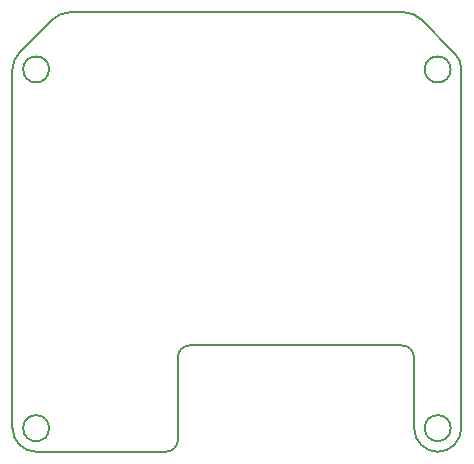
<source format=gbr>
%TF.GenerationSoftware,KiCad,Pcbnew,7.0.11*%
%TF.CreationDate,2025-01-20T01:41:03+09:00*%
%TF.ProjectId,MD,4d442e6b-6963-4616-945f-706362585858,rev?*%
%TF.SameCoordinates,Original*%
%TF.FileFunction,Profile,NP*%
%FSLAX46Y46*%
G04 Gerber Fmt 4.6, Leading zero omitted, Abs format (unit mm)*
G04 Created by KiCad (PCBNEW 7.0.11) date 2025-01-20 01:41:03*
%MOMM*%
%LPD*%
G01*
G04 APERTURE LIST*
%TA.AperFunction,Profile*%
%ADD10C,0.200000*%
%TD*%
G04 APERTURE END LIST*
D10*
X148350000Y-91952600D02*
G75*
G03*
X147350000Y-92952583I0J-1000000D01*
G01*
X166521573Y-63751573D02*
X138178427Y-63751573D01*
X170450000Y-98952584D02*
G75*
G03*
X168250000Y-98952584I-1100000J0D01*
G01*
X168250000Y-98952584D02*
G75*
G03*
X170450000Y-98952584I1100000J0D01*
G01*
X135350000Y-100952584D02*
X146350000Y-100952584D01*
X148350000Y-91952583D02*
X166350000Y-91952583D01*
X171349999Y-68580000D02*
G75*
G03*
X170764213Y-67165788I-1999999J0D01*
G01*
X146350000Y-100952600D02*
G75*
G03*
X147350000Y-99952584I0J1000000D01*
G01*
X171350000Y-98952584D02*
X171350000Y-68580000D01*
X170764214Y-67165787D02*
X167935787Y-64337360D01*
X167350000Y-92952583D02*
X167350000Y-98951762D01*
X167350017Y-92952583D02*
G75*
G03*
X166350000Y-91952583I-1000017J-17D01*
G01*
X133350016Y-98952584D02*
G75*
G03*
X135350000Y-100952584I1999984J-16D01*
G01*
X136450000Y-68580000D02*
G75*
G03*
X134250000Y-68580000I-1100000J0D01*
G01*
X134250000Y-68580000D02*
G75*
G03*
X136450000Y-68580000I1100000J0D01*
G01*
X133350000Y-68580000D02*
X133350000Y-98952584D01*
X169350000Y-100952600D02*
G75*
G03*
X171350000Y-98952584I0J2000000D01*
G01*
X170450000Y-68580000D02*
G75*
G03*
X168250000Y-68580000I-1100000J0D01*
G01*
X168250000Y-68580000D02*
G75*
G03*
X170450000Y-68580000I1100000J0D01*
G01*
X136450000Y-98952584D02*
G75*
G03*
X134250000Y-98952584I-1100000J0D01*
G01*
X134250000Y-98952584D02*
G75*
G03*
X136450000Y-98952584I1100000J0D01*
G01*
X147350000Y-99952584D02*
X147350000Y-92952583D01*
X167350016Y-98951762D02*
G75*
G03*
X169350000Y-100952584I1999984J-838D01*
G01*
X138178427Y-63751601D02*
G75*
G03*
X136764214Y-64337361I-27J-1999999D01*
G01*
X133935786Y-67165787D02*
G75*
G03*
X133350000Y-68580000I1414214J-1414213D01*
G01*
X136764213Y-64337360D02*
X133935786Y-67165787D01*
X167935806Y-64337341D02*
G75*
G03*
X166521573Y-63751573I-1414206J-1414259D01*
G01*
M02*

</source>
